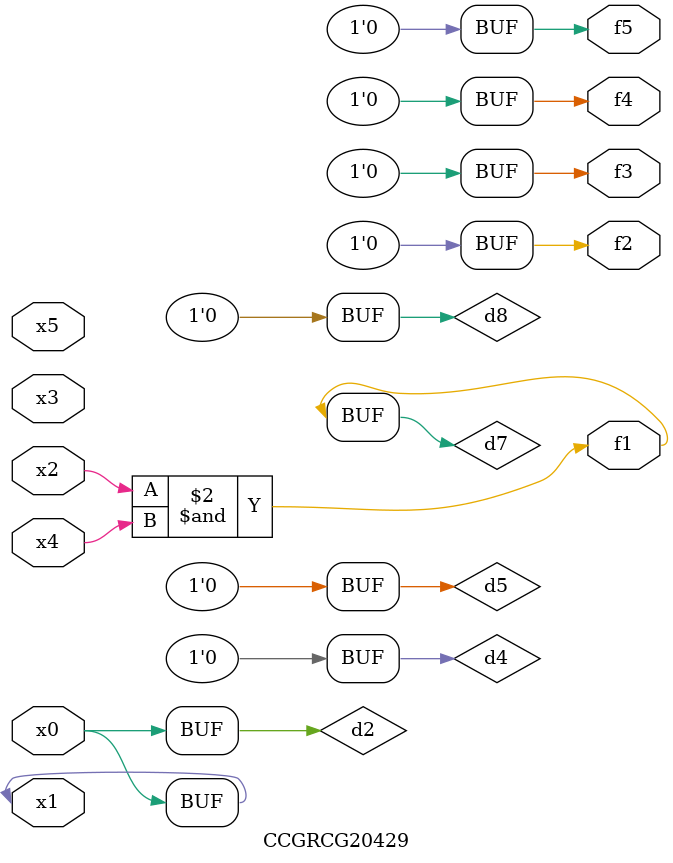
<source format=v>
module CCGRCG20429(
	input x0, x1, x2, x3, x4, x5,
	output f1, f2, f3, f4, f5
);

	wire d1, d2, d3, d4, d5, d6, d7, d8, d9;

	nand (d1, x1);
	buf (d2, x0, x1);
	nand (d3, x2, x4);
	and (d4, d1, d2);
	and (d5, d1, d2);
	nand (d6, d1, d3);
	not (d7, d3);
	xor (d8, d5);
	nor (d9, d5, d6);
	assign f1 = d7;
	assign f2 = d8;
	assign f3 = d8;
	assign f4 = d8;
	assign f5 = d8;
endmodule

</source>
